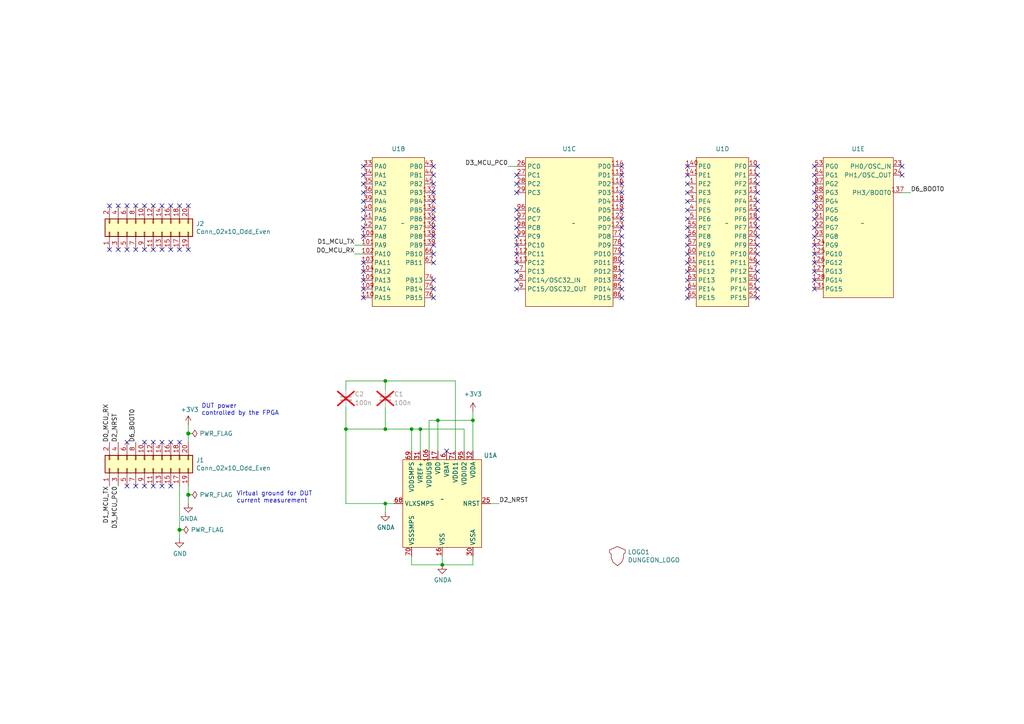
<source format=kicad_sch>
(kicad_sch (version 20230819) (generator eeschema)
  (paper "A4")
  (title_block (title "STM32U5A9ZJT6Q Scaffold daughterboard") (date "2023-10-11") (comment 1 "Under LGPL v3 license"))
  (lib_symbols
    (symbol "Connector_Generic:Conn_02x10_Odd_Even" (pin_names (offset 1.016) hide)
      (property "Reference" "J" (at 1.27 12.7 0))
      (property "Value" "Conn_02x10_Odd_Even" (at 1.27 -15.24 0))
      (symbol "Conn_02x10_Odd_Even_1_1"
        (rectangle (start -1.27 -12.573) (end 0 -12.827) (stroke (width 0.1524)))
        (rectangle (start -1.27 -10.033) (end 0 -10.287) (stroke (width 0.1524)))
        (rectangle (start -1.27 -7.493) (end 0 -7.747) (stroke (width 0.1524)))
        (rectangle (start -1.27 -4.953) (end 0 -5.207) (stroke (width 0.1524)))
        (rectangle (start -1.27 -2.413) (end 0 -2.667) (stroke (width 0.1524)))
        (rectangle (start -1.27 0.127) (end 0 -0.127) (stroke (width 0.1524)))
        (rectangle (start -1.27 2.667) (end 0 2.413) (stroke (width 0.1524)))
        (rectangle (start -1.27 5.207) (end 0 4.953) (stroke (width 0.1524)))
        (rectangle (start -1.27 7.747) (end 0 7.493) (stroke (width 0.1524)))
        (rectangle (start -1.27 10.287) (end 0 10.033) (stroke (width 0.1524)))
        (rectangle (start -1.27 11.43) (end 3.81 -13.97) (stroke (width 0.254)) (fill (type background)))
        (rectangle (start 3.81 -12.573) (end 2.54 -12.827) (stroke (width 0.1524)))
        (rectangle (start 3.81 -10.033) (end 2.54 -10.287) (stroke (width 0.1524)))
        (rectangle (start 3.81 -7.493) (end 2.54 -7.747) (stroke (width 0.1524)))
        (rectangle (start 3.81 -4.953) (end 2.54 -5.207) (stroke (width 0.1524)))
        (rectangle (start 3.81 -2.413) (end 2.54 -2.667) (stroke (width 0.1524)))
        (rectangle (start 3.81 0.127) (end 2.54 -0.127) (stroke (width 0.1524)))
        (rectangle (start 3.81 2.667) (end 2.54 2.413) (stroke (width 0.1524)))
        (rectangle (start 3.81 5.207) (end 2.54 4.953) (stroke (width 0.1524)))
        (rectangle (start 3.81 7.747) (end 2.54 7.493) (stroke (width 0.1524)))
        (rectangle (start 3.81 10.287) (end 2.54 10.033) (stroke (width 0.1524)))
        (pin passive line (at -5.08 10.16 0) (length 3.81) (name "Pin_1") (number "1"))
        (pin passive line (at 7.62 0 180) (length 3.81) (name "Pin_10") (number "10"))
        (pin passive line (at -5.08 -2.54 0) (length 3.81) (name "Pin_11") (number "11"))
        (pin passive line (at 7.62 -2.54 180) (length 3.81) (name "Pin_12") (number "12"))
        (pin passive line (at -5.08 -5.08 0) (length 3.81) (name "Pin_13") (number "13"))
        (pin passive line (at 7.62 -5.08 180) (length 3.81) (name "Pin_14") (number "14"))
        (pin passive line (at -5.08 -7.62 0) (length 3.81) (name "Pin_15") (number "15"))
        (pin passive line (at 7.62 -7.62 180) (length 3.81) (name "Pin_16") (number "16"))
        (pin passive line (at -5.08 -10.16 0) (length 3.81) (name "Pin_17") (number "17"))
        (pin passive line (at 7.62 -10.16 180) (length 3.81) (name "Pin_18") (number "18"))
        (pin passive line (at -5.08 -12.7 0) (length 3.81) (name "Pin_19") (number "19"))
        (pin passive line (at 7.62 10.16 180) (length 3.81) (name "Pin_2") (number "2"))
        (pin passive line (at 7.62 -12.7 180) (length 3.81) (name "Pin_20") (number "20"))
        (pin passive line (at -5.08 7.62 0) (length 3.81) (name "Pin_3") (number "3"))
        (pin passive line (at 7.62 7.62 180) (length 3.81) (name "Pin_4") (number "4"))
        (pin passive line (at -5.08 5.08 0) (length 3.81) (name "Pin_5") (number "5"))
        (pin passive line (at 7.62 5.08 180) (length 3.81) (name "Pin_6") (number "6"))
        (pin passive line (at -5.08 2.54 0) (length 3.81) (name "Pin_7") (number "7"))
        (pin passive line (at 7.62 2.54 180) (length 3.81) (name "Pin_8") (number "8"))
        (pin passive line (at -5.08 0 0) (length 3.81) (name "Pin_9") (number "9"))
      )
    )
    (symbol "Device:C_Small" (pin_numbers hide) (pin_names (offset 0.254) hide)
      (property "Reference" "C" (at 0.254 1.778 0))
      (property "Value" "C_Small" (at 0.254 -2.032 0))
      (symbol "C_Small_0_1"
        (polyline (pts (xy -1.524 -0.508) (xy 1.524 -0.508)) (stroke (width 0.3302)))
        (polyline (pts (xy -1.524 0.508) (xy 1.524 0.508)) (stroke (width 0.3048)))
      )
      (symbol "C_Small_1_1"
        (pin passive line (at 0 2.54 270) (length 2.032) (name "~") (number "1"))
        (pin passive line (at 0 -2.54 90) (length 2.032) (name "~") (number "2"))
      )
    )
    (symbol "library:STM32U5A9ZJT6Q"
      (property "Reference" "U" (at 1.27 0 0))
      (symbol "STM32U5A9ZJT6Q_1_1"
        (rectangle (start -10.16 12.7) (end 12.7 -12.7) (fill (type background)))
        (pin power_in line (at -2.54 15.24 270) (length 2.54) (name "VDDUSB") (number "106"))
        (pin passive line (at 1.27 -15.24 90) (length 2.54) hide (name "VSS") (number "107"))
        (pin passive line (at 0 15.24 270) (length 2.54) hide (name "VDD") (number "108"))
        (pin passive line (at 1.27 -15.24 90) (length 2.54) hide (name "VSS") (number "120"))
        (pin passive line (at 0 15.24 270) (length 2.54) hide (name "VDD") (number "121"))
        (pin passive line (at 1.27 -15.24 90) (length 2.54) hide (name "VSS") (number "129"))
        (pin passive line (at 7.62 15.24 270) (length 2.54) hide (name "VDDIO2") (number "130"))
        (pin passive line (at 5.08 15.24 270) (length 2.54) hide (name "VDD11") (number "142"))
        (pin passive line (at 1.27 -15.24 90) (length 2.54) hide (name "VSS") (number "143"))
        (pin passive line (at 0 15.24 270) (length 2.54) hide (name "VDD") (number "144"))
        (pin power_in line (at 1.27 -15.24 90) (length 2.54) (name "VSS") (number "16"))
        (pin power_in line (at 0 15.24 270) (length 2.54) (name "VDD") (number "17"))
        (pin bidirectional line (at 15.24 0 180) (length 2.54) (name "NRST") (number "25"))
        (pin power_in line (at 10.16 -15.24 90) (length 2.54) (name "VSSA") (number "30"))
        (pin power_in line (at -5.08 15.24 270) (length 2.54) (name "VREF+") (number "31"))
        (pin power_in line (at 10.16 15.24 270) (length 2.54) (name "VDDA") (number "32"))
        (pin passive line (at 1.27 -15.24 90) (length 2.54) hide (name "VSS") (number "37"))
        (pin passive line (at 0 15.24 270) (length 2.54) hide (name "VDD") (number "38"))
        (pin passive line (at 1.27 -15.24 90) (length 2.54) hide (name "VSS") (number "48"))
        (pin passive line (at 0 15.24 270) (length 2.54) hide (name "VDD") (number "49"))
        (pin passive line (at 1.27 -15.24 90) (length 2.54) hide (name "VSS") (number "58"))
        (pin passive line (at 0 15.24 270) (length 2.54) hide (name "VDD") (number "59"))
        (pin power_in line (at 2.54 15.24 270) (length 2.54) (name "VBAT") (number "6"))
        (pin power_in line (at -12.7 0 0) (length 2.54) (name "VLXSMPS") (number "68"))
        (pin power_in line (at -7.62 15.24 270) (length 2.54) (name "VDDSMPS") (number "69"))
        (pin power_in line (at -7.62 -15.24 90) (length 2.54) (name "VSSSMPS") (number "70"))
        (pin power_in line (at 5.08 15.24 270) (length 2.54) (name "VDD11") (number "71"))
        (pin passive line (at 1.27 -15.24 90) (length 2.54) hide (name "VSS") (number "72"))
        (pin passive line (at 0 15.24 270) (length 2.54) hide (name "VDD") (number "73"))
        (pin passive line (at 1.27 -15.24 90) (length 2.54) hide (name "VSS") (number "83"))
        (pin passive line (at 0 15.24 270) (length 2.54) hide (name "VDD") (number "84"))
        (pin passive line (at 1.27 -15.24 90) (length 2.54) hide (name "VSS") (number "94"))
        (pin bidirectional line (at 7.62 15.24 270) (length 2.54) (name "VDDIO2") (number "95"))
      )
      (symbol "STM32U5A9ZJT6Q_2_1"
        (rectangle (start -7.62 20.32) (end 7.62 -22.86) (fill (type background)))
        (pin bidirectional line (at -10.16 -2.54 0) (length 2.54) (name "PA8") (number "100"))
        (pin bidirectional line (at -10.16 -5.08 0) (length 2.54) (name "PA9") (number "101"))
        (pin bidirectional line (at -10.16 -7.62 0) (length 2.54) (name "PA10") (number "102"))
        (pin bidirectional line (at -10.16 -10.16 0) (length 2.54) (name "PA11") (number "103"))
        (pin bidirectional line (at -10.16 -12.7 0) (length 2.54) (name "PA12") (number "104"))
        (pin bidirectional line (at -10.16 -15.24 0) (length 2.54) (name "PA13") (number "105"))
        (pin bidirectional line (at -10.16 -17.78 0) (length 2.54) (name "PA14") (number "109"))
        (pin bidirectional line (at -10.16 -20.32 0) (length 2.54) (name "PA15") (number "110"))
        (pin bidirectional line (at 10.16 10.16 180) (length 2.54) (name "PB3") (number "132"))
        (pin bidirectional line (at 10.16 7.62 180) (length 2.54) (name "PB4") (number "133"))
        (pin bidirectional line (at 10.16 5.08 180) (length 2.54) (name "PB5") (number "134"))
        (pin bidirectional line (at 10.16 2.54 180) (length 2.54) (name "PB6") (number "135"))
        (pin bidirectional line (at 10.16 0 180) (length 2.54) (name "PB7") (number "136"))
        (pin bidirectional line (at 10.16 -2.54 180) (length 2.54) (name "PB8") (number "138"))
        (pin bidirectional line (at 10.16 -5.08 180) (length 2.54) (name "PB9") (number "139"))
        (pin bidirectional line (at -10.16 17.78 0) (length 2.54) (name "PA0") (number "33"))
        (pin bidirectional line (at -10.16 15.24 0) (length 2.54) (name "PA1") (number "34"))
        (pin bidirectional line (at -10.16 12.7 0) (length 2.54) (name "PA2") (number "35"))
        (pin bidirectional line (at -10.16 10.16 0) (length 2.54) (name "PA3") (number "36"))
        (pin bidirectional line (at -10.16 7.62 0) (length 2.54) (name "PA4") (number "39"))
        (pin bidirectional line (at -10.16 5.08 0) (length 2.54) (name "PA5") (number "40"))
        (pin bidirectional line (at -10.16 2.54 0) (length 2.54) (name "PA6") (number "41"))
        (pin bidirectional line (at -10.16 0 0) (length 2.54) (name "PA7") (number "42"))
        (pin bidirectional line (at 10.16 17.78 180) (length 2.54) (name "PB0") (number "43"))
        (pin bidirectional line (at 10.16 15.24 180) (length 2.54) (name "PB1") (number "44"))
        (pin bidirectional line (at 10.16 12.7 180) (length 2.54) (name "PB2") (number "45"))
        (pin bidirectional line (at 10.16 -7.62 180) (length 2.54) (name "PB10") (number "66"))
        (pin bidirectional line (at 10.16 -10.16 180) (length 2.54) (name "PB11") (number "67"))
        (pin bidirectional line (at 10.16 -15.24 180) (length 2.54) (name "PB13") (number "74"))
        (pin bidirectional line (at 10.16 -17.78 180) (length 2.54) (name "PB14") (number "75"))
        (pin bidirectional line (at 10.16 -20.32 180) (length 2.54) (name "PB15") (number "76"))
      )
      (symbol "STM32U5A9ZJT6Q_3_1"
        (rectangle (start -12.7 20.32) (end 12.7 -22.86) (fill (type background)))
        (pin bidirectional line (at -15.24 -5.08 0) (length 2.54) (name "PC10") (number "111"))
        (pin bidirectional line (at -15.24 -7.62 0) (length 2.54) (name "PC11") (number "112"))
        (pin bidirectional line (at -15.24 -10.16 0) (length 2.54) (name "PC12") (number "113"))
        (pin bidirectional line (at 15.24 17.78 180) (length 2.54) (name "PD0") (number "114"))
        (pin bidirectional line (at 15.24 15.24 180) (length 2.54) (name "PD1") (number "115"))
        (pin bidirectional line (at 15.24 12.7 180) (length 2.54) (name "PD2") (number "116"))
        (pin bidirectional line (at 15.24 10.16 180) (length 2.54) (name "PD3") (number "117"))
        (pin bidirectional line (at 15.24 7.62 180) (length 2.54) (name "PD4") (number "118"))
        (pin bidirectional line (at 15.24 5.08 180) (length 2.54) (name "PD5") (number "119"))
        (pin bidirectional line (at 15.24 2.54 180) (length 2.54) (name "PD6") (number "122"))
        (pin bidirectional line (at 15.24 0 180) (length 2.54) (name "PD7") (number "123"))
        (pin bidirectional line (at -15.24 17.78 0) (length 2.54) (name "PC0") (number "26"))
        (pin bidirectional line (at -15.24 15.24 0) (length 2.54) (name "PC1") (number "27"))
        (pin bidirectional line (at -15.24 12.7 0) (length 2.54) (name "PC2") (number "28"))
        (pin bidirectional line (at -15.24 10.16 0) (length 2.54) (name "PC3") (number "29"))
        (pin bidirectional line (at -15.24 -12.7 0) (length 2.54) (name "PC13") (number "7"))
        (pin bidirectional line (at 15.24 -2.54 180) (length 2.54) (name "PD8") (number "77"))
        (pin bidirectional line (at 15.24 -5.08 180) (length 2.54) (name "PD9") (number "78"))
        (pin bidirectional line (at 15.24 -7.62 180) (length 2.54) (name "PD10") (number "79"))
        (pin bidirectional line (at -15.24 -15.24 0) (length 2.54) (name "PC14/OSC32_IN") (number "8"))
        (pin bidirectional line (at 15.24 -10.16 180) (length 2.54) (name "PD11") (number "80"))
        (pin bidirectional line (at 15.24 -12.7 180) (length 2.54) (name "PD12") (number "81"))
        (pin bidirectional line (at 15.24 -15.24 180) (length 2.54) (name "PD13") (number "82"))
        (pin bidirectional line (at 15.24 -17.78 180) (length 2.54) (name "PD14") (number "85"))
        (pin bidirectional line (at 15.24 -20.32 180) (length 2.54) (name "PD15") (number "86"))
        (pin bidirectional line (at -15.24 -17.78 0) (length 2.54) (name "PC15/OSC32_OUT") (number "9"))
        (pin bidirectional line (at -15.24 5.08 0) (length 2.54) (name "PC6") (number "96"))
        (pin bidirectional line (at -15.24 2.54 0) (length 2.54) (name "PC7") (number "97"))
        (pin bidirectional line (at -15.24 0 0) (length 2.54) (name "PC8") (number "98"))
        (pin bidirectional line (at -15.24 -2.54 0) (length 2.54) (name "PC9") (number "99"))
      )
      (symbol "STM32U5A9ZJT6Q_4_1"
        (rectangle (start -7.62 20.32) (end 7.62 -22.86) (fill (type background)))
        (pin bidirectional line (at -10.16 12.7 0) (length 2.54) (name "PE2") (number "1"))
        (pin bidirectional line (at 10.16 17.78 180) (length 2.54) (name "PF0") (number "10"))
        (pin bidirectional line (at 10.16 15.24 180) (length 2.54) (name "PF1") (number "11"))
        (pin bidirectional line (at 10.16 12.7 180) (length 2.54) (name "PF2") (number "12"))
        (pin bidirectional line (at 10.16 10.16 180) (length 2.54) (name "PF3") (number "13"))
        (pin bidirectional line (at 10.16 7.62 180) (length 2.54) (name "PF4") (number "14"))
        (pin bidirectional line (at -10.16 17.78 0) (length 2.54) (name "PE0") (number "140"))
        (pin bidirectional line (at -10.16 15.24 0) (length 2.54) (name "PE1") (number "141"))
        (pin bidirectional line (at 10.16 5.08 180) (length 2.54) (name "PF5") (number "15"))
        (pin bidirectional line (at 10.16 2.54 180) (length 2.54) (name "PF6") (number "18"))
        (pin bidirectional line (at 10.16 0 180) (length 2.54) (name "PF7") (number "19"))
        (pin bidirectional line (at -10.16 10.16 0) (length 2.54) (name "PE3") (number "2"))
        (pin bidirectional line (at 10.16 -2.54 180) (length 2.54) (name "PF8") (number "20"))
        (pin bidirectional line (at 10.16 -5.08 180) (length 2.54) (name "PF9") (number "21"))
        (pin bidirectional line (at 10.16 -7.62 180) (length 2.54) (name "PF10") (number "22"))
        (pin bidirectional line (at -10.16 7.62 0) (length 2.54) (name "PE4") (number "3"))
        (pin bidirectional line (at -10.16 5.08 0) (length 2.54) (name "PE5") (number "4"))
        (pin bidirectional line (at 10.16 -10.16 180) (length 2.54) (name "PF11") (number "46"))
        (pin bidirectional line (at 10.16 -12.7 180) (length 2.54) (name "PF12") (number "47"))
        (pin bidirectional line (at -10.16 2.54 0) (length 2.54) (name "PE6") (number "5"))
        (pin bidirectional line (at 10.16 -15.24 180) (length 2.54) (name "PF13") (number "50"))
        (pin bidirectional line (at 10.16 -17.78 180) (length 2.54) (name "PF14") (number "51"))
        (pin bidirectional line (at 10.16 -20.32 180) (length 2.54) (name "PF15") (number "52"))
        (pin bidirectional line (at -10.16 0 0) (length 2.54) (name "PE7") (number "55"))
        (pin bidirectional line (at -10.16 -2.54 0) (length 2.54) (name "PE8") (number "56"))
        (pin bidirectional line (at -10.16 -5.08 0) (length 2.54) (name "PE9") (number "57"))
        (pin bidirectional line (at -10.16 -7.62 0) (length 2.54) (name "PE10") (number "60"))
        (pin bidirectional line (at -10.16 -10.16 0) (length 2.54) (name "PE11") (number "61"))
        (pin bidirectional line (at -10.16 -12.7 0) (length 2.54) (name "PE12") (number "62"))
        (pin bidirectional line (at -10.16 -15.24 0) (length 2.54) (name "PE13") (number "63"))
        (pin bidirectional line (at -10.16 -17.78 0) (length 2.54) (name "PE14") (number "64"))
        (pin bidirectional line (at -10.16 -20.32 0) (length 2.54) (name "PE15") (number "65"))
      )
      (symbol "STM32U5A9ZJT6Q_5_1"
        (rectangle (start -10.16 20.32) (end 10.16 -20.32) (fill (type background)))
        (pin bidirectional line (at -12.7 -5.08 0) (length 2.54) (name "PG9") (number "124"))
        (pin bidirectional line (at -12.7 -7.62 0) (length 2.54) (name "PG10") (number "125"))
        (pin bidirectional line (at -12.7 -10.16 0) (length 2.54) (name "PG12") (number "126"))
        (pin bidirectional line (at -12.7 -12.7 0) (length 2.54) (name "PG13") (number "127"))
        (pin bidirectional line (at -12.7 -15.24 0) (length 2.54) (name "PG14") (number "128"))
        (pin bidirectional line (at -12.7 -17.78 0) (length 2.54) (name "PG15") (number "131"))
        (pin bidirectional line (at 12.7 10.16 180) (length 2.54) (name "PH3/BOOT0") (number "137"))
        (pin bidirectional line (at 12.7 17.78 180) (length 2.54) (name "PH0/OSC_IN") (number "23"))
        (pin bidirectional line (at 12.7 15.24 180) (length 2.54) (name "PH1/OSC_OUT") (number "24"))
        (pin bidirectional line (at -12.7 17.78 0) (length 2.54) (name "PG0") (number "53"))
        (pin bidirectional line (at -12.7 15.24 0) (length 2.54) (name "PG1") (number "54"))
        (pin bidirectional line (at -12.7 12.7 0) (length 2.54) (name "PG2") (number "87"))
        (pin bidirectional line (at -12.7 10.16 0) (length 2.54) (name "PG3") (number "88"))
        (pin bidirectional line (at -12.7 7.62 0) (length 2.54) (name "PG4") (number "89"))
        (pin bidirectional line (at -12.7 5.08 0) (length 2.54) (name "PG5") (number "90"))
        (pin bidirectional line (at -12.7 2.54 0) (length 2.54) (name "PG6") (number "91"))
        (pin bidirectional line (at -12.7 0 0) (length 2.54) (name "PG7") (number "92"))
        (pin bidirectional line (at -12.7 -2.54 0) (length 2.54) (name "PG8") (number "93"))
      )
    )
    (symbol "mylib:DUNGEON_LOGO" (pin_names (offset 1.016))
      (property "Reference" "LOGO" (at 0 0 0))
      (property "Value" "DUNGEON_LOGO" (at 0 0 0))
      (symbol "DUNGEON_LOGO_0_1"
        (polyline (pts (xy 0 2.794) (xy 2.286 1.778) (xy 2.286 1.016) (xy 1.778 0.508) (xy 1.778 -0.508) (xy 1.27 -1.778) (xy 0 -2.794) (xy -1.27 -1.778) (xy -1.778 -0.508) (xy -1.778 0.508) (xy -2.286 1.016) (xy -2.286 1.778) (xy 0 2.794)))
      )
    )
    (symbol "power:+3V3" (power) (pin_names (offset 0))
      (property "Value" "+3V3" (at 0 3.556 0))
      (symbol "+3V3_0_1"
        (polyline (pts (xy -0.762 1.27) (xy 0 2.54)))
        (polyline (pts (xy 0 0) (xy 0 2.54)))
        (polyline (pts (xy 0 2.54) (xy 0.762 1.27)))
      )
      (symbol "+3V3_1_1"
        (pin power_in line (at 0 0 90) (length 0) hide (name "+3V3") (number "1"))
      )
    )
    (symbol "power:GND" (power) (pin_names (offset 0))
      (property "Value" "GND" (at 0 -3.81 0))
      (symbol "GND_0_1"
        (polyline (pts (xy 0 0) (xy 0 -1.27) (xy 1.27 -1.27) (xy 0 -2.54) (xy -1.27 -1.27) (xy 0 -1.27)))
      )
      (symbol "GND_1_1"
        (pin power_in line (at 0 0 270) (length 0) hide (name "GND") (number "1"))
      )
    )
    (symbol "power:GNDA" (power) (pin_names (offset 0))
      (property "Value" "GNDA" (at 0 -3.81 0))
      (symbol "GNDA_0_1"
        (polyline (pts (xy 0 0) (xy 0 -1.27) (xy 1.27 -1.27) (xy 0 -2.54) (xy -1.27 -1.27) (xy 0 -1.27)))
      )
      (symbol "GNDA_1_1"
        (pin power_in line (at 0 0 270) (length 0) hide (name "GNDA") (number "1"))
      )
    )
    (symbol "power:PWR_FLAG" (power) (pin_numbers hide) (pin_names (offset 0) hide)
      (property "Value" "PWR_FLAG" (at 0 3.81 0))
      (symbol "PWR_FLAG_0_0"
        (pin power_out line (at 0 0 90) (length 0) (name "pwr") (number "1"))
      )
      (symbol "PWR_FLAG_0_1"
        (polyline (pts (xy 0 0) (xy 0 1.27) (xy -1.016 1.905) (xy 0 2.54) (xy 1.016 1.905) (xy 0 1.27)))
      )
    )
  )
  (junction (at 111.76 146.05))
  (junction (at 137.16 121.92))
  (junction (at 54.61 143.51) (diameter 1.016))
  (junction (at 119.38 124.46))
  (junction (at 111.76 124.46))
  (junction (at 100.33 124.46))
  (junction (at 127 121.92))
  (junction (at 52.07 153.67) (diameter 1.016))
  (junction (at 128.27 163.83))
  (junction (at 121.92 124.46))
  (junction (at 54.61 125.73) (diameter 1.016))
  (junction (at 111.76 110.49))
  (no_connect (at 236.22 55.88))
  (no_connect (at 49.53 128.27))
  (no_connect (at 236.22 50.8))
  (no_connect (at 105.41 48.26))
  (no_connect (at 39.37 59.69))
  (no_connect (at 34.29 72.39))
  (no_connect (at 219.71 63.5))
  (no_connect (at 236.22 48.26))
  (no_connect (at 41.91 140.97))
  (no_connect (at 105.41 86.36))
  (no_connect (at 199.39 81.28))
  (no_connect (at 261.62 50.8))
  (no_connect (at 180.34 68.58))
  (no_connect (at 125.73 66.04))
  (no_connect (at 199.39 73.66))
  (no_connect (at 125.73 63.5))
  (no_connect (at 236.22 83.82))
  (no_connect (at 180.34 71.12))
  (no_connect (at 199.39 83.82))
  (no_connect (at 39.37 72.39))
  (no_connect (at 149.86 60.96))
  (no_connect (at 46.99 72.39))
  (no_connect (at 149.86 83.82))
  (no_connect (at 180.34 76.2))
  (no_connect (at 49.53 59.69))
  (no_connect (at 125.73 76.2))
  (no_connect (at 180.34 73.66))
  (no_connect (at 41.91 59.69))
  (no_connect (at 236.22 60.96))
  (no_connect (at 199.39 71.12))
  (no_connect (at 105.41 76.2))
  (no_connect (at 219.71 73.66))
  (no_connect (at 49.53 72.39))
  (no_connect (at 36.83 140.97))
  (no_connect (at 236.22 76.2))
  (no_connect (at 180.34 83.82))
  (no_connect (at 125.73 58.42))
  (no_connect (at 219.71 68.58))
  (no_connect (at 52.07 128.27))
  (no_connect (at 49.53 140.97))
  (no_connect (at 199.39 50.8))
  (no_connect (at 125.73 68.58))
  (no_connect (at 219.71 60.96))
  (no_connect (at 125.73 60.96))
  (no_connect (at 149.86 50.8))
  (no_connect (at 149.86 55.88))
  (no_connect (at 46.99 140.97))
  (no_connect (at 236.22 66.04))
  (no_connect (at 149.86 63.5))
  (no_connect (at 149.86 68.58))
  (no_connect (at 44.45 128.27))
  (no_connect (at 36.83 72.39))
  (no_connect (at 125.73 48.26))
  (no_connect (at 44.45 140.97))
  (no_connect (at 105.41 60.96))
  (no_connect (at 236.22 71.12))
  (no_connect (at 125.73 81.28))
  (no_connect (at 54.61 72.39))
  (no_connect (at 129.54 130.81))
  (no_connect (at 199.39 60.96))
  (no_connect (at 219.71 58.42))
  (no_connect (at 236.22 68.58))
  (no_connect (at 180.34 60.96))
  (no_connect (at 31.75 59.69))
  (no_connect (at 180.34 63.5))
  (no_connect (at 34.29 59.69))
  (no_connect (at 105.41 81.28))
  (no_connect (at 44.45 72.39))
  (no_connect (at 219.71 48.26))
  (no_connect (at 52.07 59.69))
  (no_connect (at 199.39 48.26))
  (no_connect (at 105.41 58.42))
  (no_connect (at 46.99 128.27))
  (no_connect (at 219.71 50.8))
  (no_connect (at 236.22 63.5))
  (no_connect (at 199.39 58.42))
  (no_connect (at 199.39 53.34))
  (no_connect (at 199.39 78.74))
  (no_connect (at 219.71 86.36))
  (no_connect (at 219.71 55.88))
  (no_connect (at 236.22 78.74))
  (no_connect (at 236.22 53.34))
  (no_connect (at 149.86 78.74))
  (no_connect (at 180.34 48.26))
  (no_connect (at 180.34 78.74))
  (no_connect (at 41.91 72.39))
  (no_connect (at 199.39 68.58))
  (no_connect (at 105.41 68.58))
  (no_connect (at 39.37 140.97))
  (no_connect (at 46.99 59.69))
  (no_connect (at 36.83 128.27))
  (no_connect (at 41.91 128.27))
  (no_connect (at 236.22 81.28))
  (no_connect (at 180.34 86.36))
  (no_connect (at 125.73 71.12))
  (no_connect (at 149.86 73.66))
  (no_connect (at 125.73 55.88))
  (no_connect (at 199.39 66.04))
  (no_connect (at 199.39 63.5))
  (no_connect (at 36.83 59.69))
  (no_connect (at 219.71 71.12))
  (no_connect (at 44.45 59.69))
  (no_connect (at 125.73 53.34))
  (no_connect (at 149.86 76.2))
  (no_connect (at 236.22 58.42))
  (no_connect (at 219.71 83.82))
  (no_connect (at 125.73 83.82))
  (no_connect (at 219.71 78.74))
  (no_connect (at 219.71 53.34))
  (no_connect (at 180.34 53.34))
  (no_connect (at 149.86 81.28))
  (no_connect (at 105.41 53.34))
  (no_connect (at 180.34 58.42))
  (no_connect (at 180.34 50.8))
  (no_connect (at 31.75 72.39))
  (no_connect (at 149.86 71.12))
  (no_connect (at 199.39 76.2))
  (no_connect (at 125.73 73.66))
  (no_connect (at 105.41 50.8))
  (no_connect (at 125.73 86.36))
  (no_connect (at 236.22 73.66))
  (no_connect (at 105.41 55.88))
  (no_connect (at 199.39 55.88))
  (no_connect (at 180.34 81.28))
  (no_connect (at 105.41 63.5))
  (no_connect (at 105.41 66.04))
  (no_connect (at 54.61 59.69))
  (no_connect (at 180.34 55.88))
  (no_connect (at 219.71 76.2))
  (no_connect (at 219.71 66.04))
  (no_connect (at 52.07 72.39))
  (no_connect (at 125.73 50.8))
  (no_connect (at 149.86 66.04))
  (no_connect (at 219.71 81.28))
  (no_connect (at 105.41 78.74))
  (no_connect (at 199.39 86.36))
  (no_connect (at 261.62 48.26))
  (no_connect (at 105.41 83.82))
  (no_connect (at 149.86 53.34))
  (no_connect (at 180.34 66.04))
  (wire (pts (xy 137.16 121.92) (xy 137.16 130.81)))
  (wire (pts (xy 111.76 118.11) (xy 111.76 124.46)))
  (wire (pts (xy 102.87 71.12) (xy 105.41 71.12)))
  (wire (pts (xy 119.38 124.46) (xy 111.76 124.46)))
  (wire (pts (xy 54.61 123.19) (xy 54.61 125.73)))
  (wire (pts (xy 111.76 146.05) (xy 111.76 148.59)))
  (wire (pts (xy 111.76 110.49) (xy 100.33 110.49)))
  (wire (pts (xy 137.16 119.38) (xy 137.16 121.92)))
  (wire (pts (xy 119.38 163.83) (xy 128.27 163.83)))
  (wire (pts (xy 114.3 146.05) (xy 111.76 146.05)))
  (wire (pts (xy 119.38 124.46) (xy 119.38 130.81)))
  (wire (pts (xy 100.33 110.49) (xy 100.33 113.03)))
  (wire (pts (xy 127 121.92) (xy 127 130.81)))
  (wire (pts (xy 137.16 161.29) (xy 137.16 163.83)))
  (wire (pts (xy 54.61 143.51) (xy 54.61 146.05)))
  (wire (pts (xy 111.76 110.49) (xy 132.08 110.49)))
  (wire (pts (xy 142.24 146.05) (xy 144.78 146.05)))
  (wire (pts (xy 100.33 146.05) (xy 100.33 124.46)))
  (wire (pts (xy 137.16 163.83) (xy 128.27 163.83)))
  (wire (pts (xy 121.92 124.46) (xy 121.92 130.81)))
  (wire (pts (xy 127 121.92) (xy 137.16 121.92)))
  (wire (pts (xy 121.92 124.46) (xy 134.62 124.46)))
  (wire (pts (xy 52.07 156.21) (xy 52.07 153.67)))
  (wire (pts (xy 134.62 130.81) (xy 134.62 124.46)))
  (wire (pts (xy 121.92 124.46) (xy 119.38 124.46)))
  (wire (pts (xy 111.76 146.05) (xy 100.33 146.05)))
  (wire (pts (xy 111.76 124.46) (xy 100.33 124.46)))
  (wire (pts (xy 128.27 161.29) (xy 128.27 163.83)))
  (wire (pts (xy 124.46 121.92) (xy 124.46 130.81)))
  (wire (pts (xy 127 121.92) (xy 124.46 121.92)))
  (wire (pts (xy 147.32 48.26) (xy 149.86 48.26)))
  (wire (pts (xy 132.08 110.49) (xy 132.08 130.81)))
  (wire (pts (xy 261.62 55.88) (xy 264.16 55.88)))
  (wire (pts (xy 102.87 73.66) (xy 105.41 73.66)))
  (wire (pts (xy 54.61 140.97) (xy 54.61 143.51)))
  (wire (pts (xy 100.33 124.46) (xy 100.33 118.11)))
  (wire (pts (xy 119.38 161.29) (xy 119.38 163.83)))
  (wire (pts (xy 111.76 113.03) (xy 111.76 110.49)))
  (wire (pts (xy 54.61 125.73) (xy 54.61 128.27)))
  (wire (pts (xy 52.07 153.67) (xy 52.07 140.97)))
  (text "Virtual ground for DUT\ncurrent measurement" (at 68.58 146.05 0) (effects (font (size 1.27 1.27)) (justify left bottom)))
  (text "DUT power\ncontrolled by the FPGA" (at 58.42 120.65 0) (effects (font (size 1.27 1.27)) (justify left bottom)))
  (label "D2_NRST" (at 34.29 128.27 90))
  (label "D1_MCU_TX" (at 31.75 140.97 270))
  (label "D6_BOOT0" (at 39.37 128.27 90))
  (label "D3_MCU_PC0" (at 147.32 48.26 180))
  (label "D0_MCU_RX" (at 102.87 73.66 180))
  (label "D3_MCU_PC0" (at 34.29 140.97 270))
  (label "D2_NRST" (at 144.78 146.05 0))
  (label "D0_MCU_RX" (at 31.75 128.27 90))
  (label "D1_MCU_TX" (at 102.87 71.12 180))
  (label "D6_BOOT0" (at 264.16 55.88 0))
  (symbol (lib_id "mylib:DUNGEON_LOGO") (at 179.07 161.29 0) (unit 1)
    (property "Reference" "LOGO1" (at 182.0672 160.1216 0) (effects (justify left)))
    (property "Value" "DUNGEON_LOGO" (at 182.0672 162.433 0) (effects (justify left)))
    (property "Footprint" "mykicadlibs:donjon-2000" (effects hide))
  )
  (symbol (lib_id "Connector_Generic:Conn_02x10_Odd_Even") (at 41.91 135.89 90) (unit 1)
    (property "Reference" "J1" (at 56.8452 133.4516 90) (effects (justify right)))
    (property "Value" "Conn_02x10_Odd_Even" (at 56.8452 135.763 90) (effects (justify right)))
    (property "Footprint" "Connector_PinSocket_2.54mm:PinSocket_2x10_P2.54mm_Vertical" (effects hide))
    (property "Description" "Generic connector, double row, 02x10, odd/even pin numbering scheme (row 1 odd numbers, row 2 even numbers), script generated (kicad-library-utils/schlib/autogen/connector/)" (effects hide))
  )
  (symbol (lib_id "Connector_Generic:Conn_02x10_Odd_Even") (at 41.91 67.31 90) (unit 1)
    (property "Reference" "J2" (at 56.8452 64.8716 90) (effects (justify right)))
    (property "Value" "Conn_02x10_Odd_Even" (at 56.8452 67.183 90) (effects (justify right)))
    (property "Footprint" "Connector_PinSocket_2.54mm:PinSocket_2x10_P2.54mm_Vertical" (effects hide))
    (property "Description" "Generic connector, double row, 02x10, odd/even pin numbering scheme (row 1 odd numbers, row 2 even numbers), script generated (kicad-library-utils/schlib/autogen/connector/)" (effects hide))
  )
  (symbol (lib_id "power:+3V3") (at 54.61 123.19 0) (unit 1)
    (property "Reference" "#PWR0101" (effects hide))
    (property "Value" "+3V3" (at 54.991 118.7958 0))
    (property "Description" "Power symbol creates a global label with name \"+3V3\"" (effects hide))
  )
  (symbol (lib_id "power:GNDA") (at 54.61 146.05 0) (unit 1)
    (property "Reference" "#PWR0102" (effects hide))
    (property "Value" "GNDA" (at 54.737 150.4442 0))
    (property "Description" "Power symbol creates a global label with name \"GNDA\" , analog ground" (effects hide))
  )
  (symbol (lib_id "power:GND") (at 52.07 156.21 0) (unit 1)
    (property "Reference" "#PWR0103" (effects hide))
    (property "Value" "GND" (at 52.197 160.6042 0))
    (property "Description" "Power symbol creates a global label with name \"GND\" , ground" (effects hide))
  )
  (symbol (lib_id "power:PWR_FLAG") (at 54.61 143.51 270) (unit 1)
    (property "Reference" "#FLG0101" (effects hide))
    (property "Value" "PWR_FLAG" (at 57.8612 143.51 90) (effects (justify left)))
    (property "Description" "Special symbol for telling ERC where power comes from" (effects hide))
  )
  (symbol (lib_id "power:PWR_FLAG") (at 54.61 125.73 270) (unit 1)
    (property "Reference" "#FLG0102" (effects hide))
    (property "Value" "PWR_FLAG" (at 57.8612 125.73 90) (effects (justify left)))
    (property "Description" "Special symbol for telling ERC where power comes from" (effects hide))
  )
  (symbol (lib_id "power:PWR_FLAG") (at 52.07 153.67 270) (unit 1)
    (property "Reference" "#FLG0103" (effects hide))
    (property "Value" "PWR_FLAG" (at 55.3212 153.67 90) (effects (justify left)))
    (property "Description" "Special symbol for telling ERC where power comes from" (effects hide))
  )
  (symbol (lib_id "library:STM32U5A9ZJT6Q") (at 248.92 66.04 0) (unit 5)
    (property "Reference" "U1" (at 248.92 43.18 0))
    (property "Value" "~" (at 250.19 64.77 0))
    (property "Footprint" "Package_QFP:LQFP-144_20x20mm_P0.5mm" (effects hide))
    (property "Datasheet" "https://www.st.com/resource/en/datasheet/stm32u5a9zj.pdf" (effects hide))
    (property "Description" "Ultra-low-power Arm Cortex-M33 32-bit MCU+TrustZone+FPU, 240 DMIPS, 4 MB Flash, 2.5 MB SRAM, LTDC, MIPI®DSI, crypto" (effects hide))
  )
  (symbol (lib_id "power:GNDA") (at 111.76 148.59 0) (unit 1)
    (property "Reference" "#PWR03" (effects hide))
    (property "Value" "GNDA" (at 111.887 152.9842 0))
    (property "Description" "Power symbol creates a global label with name \"GNDA\" , analog ground" (effects hide))
  )
  (symbol (lib_id "library:STM32U5A9ZJT6Q") (at 115.57 66.04 0) (unit 2)
    (property "Reference" "U1" (at 115.578 43.18 0))
    (property "Value" "~" (at 116.84 64.77 0))
    (property "Footprint" "Package_QFP:LQFP-144_20x20mm_P0.5mm" (effects hide))
    (property "Datasheet" "https://www.st.com/resource/en/datasheet/stm32u5a9zj.pdf" (effects hide))
    (property "Description" "Ultra-low-power Arm Cortex-M33 32-bit MCU+TrustZone+FPU, 240 DMIPS, 4 MB Flash, 2.5 MB SRAM, LTDC, MIPI®DSI, crypto" (effects hide))
  )
  (symbol (lib_id "Device:C_Small") (at 100.33 115.57 0) (unit 1) (dnp yes)
    (property "Reference" "C2" (at 102.87 114.3062 0) (effects (justify left)))
    (property "Value" "100n" (at 102.87 116.8462 0) (effects (justify left)))
    (property "Footprint" "Capacitor_SMD:C_0603_1608Metric" (effects hide))
    (property "Description" "Unpolarized capacitor, small symbol" (effects hide))
  )
  (symbol (lib_id "library:STM32U5A9ZJT6Q") (at 127 146.05 0) (unit 1)
    (property "Reference" "U1" (at 142.24 132.08 0))
    (property "Value" "~" (at 128.27 144.78 0))
    (property "Footprint" "Package_QFP:LQFP-144_20x20mm_P0.5mm" (effects hide))
    (property "Datasheet" "https://www.st.com/resource/en/datasheet/stm32u5a9zj.pdf" (effects hide))
    (property "Description" "Ultra-low-power Arm Cortex-M33 32-bit MCU+TrustZone+FPU, 240 DMIPS, 4 MB Flash, 2.5 MB SRAM, LTDC, MIPI®DSI, crypto" (effects hide))
  )
  (symbol (lib_id "library:STM32U5A9ZJT6Q") (at 209.55 66.04 0) (unit 4)
    (property "Reference" "U1" (at 209.55 43.18 0))
    (property "Value" "~" (at 210.82 64.77 0))
    (property "Footprint" "Package_QFP:LQFP-144_20x20mm_P0.5mm" (effects hide))
    (property "Datasheet" "https://www.st.com/resource/en/datasheet/stm32u5a9zj.pdf" (effects hide))
    (property "Description" "Ultra-low-power Arm Cortex-M33 32-bit MCU+TrustZone+FPU, 240 DMIPS, 4 MB Flash, 2.5 MB SRAM, LTDC, MIPI®DSI, crypto" (effects hide))
  )
  (symbol (lib_id "Device:C_Small") (at 111.76 115.57 0) (unit 1) (dnp yes)
    (property "Reference" "C1" (at 114.3 114.3062 0) (effects (justify left)))
    (property "Value" "100n" (at 114.3 116.8462 0) (effects (justify left)))
    (property "Footprint" "Capacitor_SMD:C_0603_1608Metric" (effects hide))
    (property "Description" "Unpolarized capacitor, small symbol" (effects hide))
  )
  (symbol (lib_id "power:+3V3") (at 137.16 119.38 0) (unit 1)
    (property "Reference" "#PWR02" (effects hide))
    (property "Value" "+3V3" (at 137.16 114.3 0))
    (property "Description" "Power symbol creates a global label with name \"+3V3\"" (effects hide))
  )
  (symbol (lib_id "library:STM32U5A9ZJT6Q") (at 165.1 66.04 0) (unit 3)
    (property "Reference" "U1" (at 165.108 43.18 0))
    (property "Value" "~" (at 166.37 64.77 0))
    (property "Footprint" "Package_QFP:LQFP-144_20x20mm_P0.5mm" (effects hide))
    (property "Datasheet" "https://www.st.com/resource/en/datasheet/stm32u5a9zj.pdf" (effects hide))
    (property "Description" "Ultra-low-power Arm Cortex-M33 32-bit MCU+TrustZone+FPU, 240 DMIPS, 4 MB Flash, 2.5 MB SRAM, LTDC, MIPI®DSI, crypto" (effects hide))
  )
  (symbol (lib_id "power:GNDA") (at 128.27 163.83 0) (unit 1)
    (property "Reference" "#PWR04" (effects hide))
    (property "Value" "GNDA" (at 128.397 168.2242 0))
    (property "Description" "Power symbol creates a global label with name \"GNDA\" , analog ground" (effects hide))
  )
)
</source>
